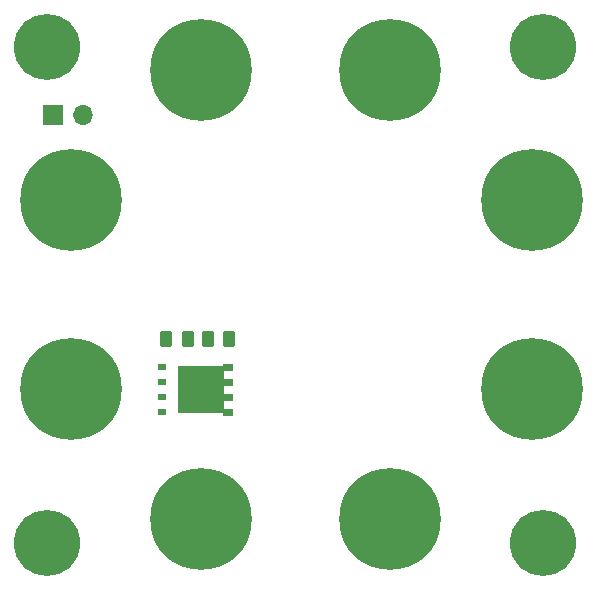
<source format=gbr>
%TF.GenerationSoftware,KiCad,Pcbnew,(6.0.0-rc1-29-g9238b27f63)*%
%TF.CreationDate,2021-12-03T12:51:39+01:00*%
%TF.ProjectId,robolympics_power,726f626f-6c79-46d7-9069-63735f706f77,rev?*%
%TF.SameCoordinates,Original*%
%TF.FileFunction,Soldermask,Bot*%
%TF.FilePolarity,Negative*%
%FSLAX46Y46*%
G04 Gerber Fmt 4.6, Leading zero omitted, Abs format (unit mm)*
G04 Created by KiCad (PCBNEW (6.0.0-rc1-29-g9238b27f63)) date 2021-12-03 12:51:39*
%MOMM*%
%LPD*%
G01*
G04 APERTURE LIST*
G04 Aperture macros list*
%AMRoundRect*
0 Rectangle with rounded corners*
0 $1 Rounding radius*
0 $2 $3 $4 $5 $6 $7 $8 $9 X,Y pos of 4 corners*
0 Add a 4 corners polygon primitive as box body*
4,1,4,$2,$3,$4,$5,$6,$7,$8,$9,$2,$3,0*
0 Add four circle primitives for the rounded corners*
1,1,$1+$1,$2,$3*
1,1,$1+$1,$4,$5*
1,1,$1+$1,$6,$7*
1,1,$1+$1,$8,$9*
0 Add four rect primitives between the rounded corners*
20,1,$1+$1,$2,$3,$4,$5,0*
20,1,$1+$1,$4,$5,$6,$7,0*
20,1,$1+$1,$6,$7,$8,$9,0*
20,1,$1+$1,$8,$9,$2,$3,0*%
G04 Aperture macros list end*
%ADD10C,0.100000*%
%ADD11R,1.700000X1.700000*%
%ADD12O,1.700000X1.700000*%
%ADD13C,5.600000*%
%ADD14C,0.900000*%
%ADD15C,8.600000*%
%ADD16RoundRect,0.250000X-0.262500X-0.450000X0.262500X-0.450000X0.262500X0.450000X-0.262500X0.450000X0*%
%ADD17R,0.711200X0.508000*%
%ADD18R,4.000000X4.000000*%
G04 APERTURE END LIST*
D10*
%TO.C,U1*%
X165084001Y-109955800D02*
X165084001Y-106044200D01*
X165084001Y-106044200D02*
X168919401Y-106044200D01*
X168919401Y-106044200D02*
X168919401Y-105841000D01*
X168919401Y-105841000D02*
X169630601Y-105841000D01*
X169630601Y-105841000D02*
X169630601Y-106349000D01*
X169630601Y-106349000D02*
X168919401Y-106349000D01*
X168919401Y-106349000D02*
X168919401Y-107111000D01*
X168919401Y-107111000D02*
X169630601Y-107111000D01*
X169630601Y-107111000D02*
X169630601Y-107619000D01*
X169630601Y-107619000D02*
X168919401Y-107619000D01*
X168919401Y-107619000D02*
X168919401Y-108381000D01*
X168919401Y-108381000D02*
X169630601Y-108381000D01*
X169630601Y-108381000D02*
X169630601Y-108889000D01*
X169630601Y-108889000D02*
X168919401Y-108889000D01*
X168919401Y-108889000D02*
X168919401Y-109651000D01*
X168919401Y-109651000D02*
X169630601Y-109651000D01*
X169630601Y-109651000D02*
X169630601Y-110159000D01*
X169630601Y-110159000D02*
X168919401Y-110159000D01*
X168919401Y-110159000D02*
X168919401Y-109955800D01*
X168919401Y-109955800D02*
X165084001Y-109955800D01*
G36*
X169630601Y-106349000D02*
G01*
X168919401Y-106349000D01*
X168919401Y-107111000D01*
X169630601Y-107111000D01*
X169630601Y-107619000D01*
X168919401Y-107619000D01*
X168919401Y-108381000D01*
X169630601Y-108381000D01*
X169630601Y-108889000D01*
X168919401Y-108889000D01*
X168919401Y-109651000D01*
X169630601Y-109651000D01*
X169630601Y-110159000D01*
X168919401Y-110159000D01*
X168919401Y-109955800D01*
X165084001Y-109955800D01*
X165084001Y-106044200D01*
X168919401Y-106044200D01*
X168919401Y-105841000D01*
X169630601Y-105841000D01*
X169630601Y-106349000D01*
G37*
X169630601Y-106349000D02*
X168919401Y-106349000D01*
X168919401Y-107111000D01*
X169630601Y-107111000D01*
X169630601Y-107619000D01*
X168919401Y-107619000D01*
X168919401Y-108381000D01*
X169630601Y-108381000D01*
X169630601Y-108889000D01*
X168919401Y-108889000D01*
X168919401Y-109651000D01*
X169630601Y-109651000D01*
X169630601Y-110159000D01*
X168919401Y-110159000D01*
X168919401Y-109955800D01*
X165084001Y-109955800D01*
X165084001Y-106044200D01*
X168919401Y-106044200D01*
X168919401Y-105841000D01*
X169630601Y-105841000D01*
X169630601Y-106349000D01*
%TD*%
D11*
%TO.C,J1*%
X154475000Y-84750000D03*
D12*
X157015000Y-84750000D03*
%TD*%
D13*
%TO.C,H10*%
X154000000Y-79000000D03*
%TD*%
D14*
%TO.C,H3*%
X180719581Y-83280419D03*
X183000000Y-84225000D03*
X179775000Y-81000000D03*
X180719581Y-78719581D03*
D15*
X183000000Y-81000000D03*
D14*
X185280419Y-78719581D03*
X183000000Y-77775000D03*
X186225000Y-81000000D03*
X185280419Y-83280419D03*
%TD*%
%TO.C,H4*%
X164719581Y-83280419D03*
X170225000Y-81000000D03*
X163775000Y-81000000D03*
X169280419Y-83280419D03*
X164719581Y-78719581D03*
X167000000Y-77775000D03*
X169280419Y-78719581D03*
D15*
X167000000Y-81000000D03*
D14*
X167000000Y-84225000D03*
%TD*%
D13*
%TO.C,H12*%
X196000000Y-79000000D03*
%TD*%
D14*
%TO.C,H8*%
X179775000Y-119000000D03*
X183000000Y-122225000D03*
X185280419Y-121280419D03*
X183000000Y-115775000D03*
X186225000Y-119000000D03*
X180719581Y-121280419D03*
D15*
X183000000Y-119000000D03*
D14*
X180719581Y-116719581D03*
X185280419Y-116719581D03*
%TD*%
%TO.C,H5*%
X197280419Y-110280419D03*
X198225000Y-108000000D03*
X195000000Y-104775000D03*
X197280419Y-105719581D03*
X191775000Y-108000000D03*
D15*
X195000000Y-108000000D03*
D14*
X192719581Y-105719581D03*
X195000000Y-111225000D03*
X192719581Y-110280419D03*
%TD*%
D13*
%TO.C,H11*%
X154000000Y-121000000D03*
%TD*%
D14*
%TO.C,H6*%
X159225000Y-108000000D03*
X156000000Y-111225000D03*
X152775000Y-108000000D03*
X158280419Y-110280419D03*
X153719581Y-110280419D03*
X158280419Y-105719581D03*
D15*
X156000000Y-108000000D03*
D14*
X153719581Y-105719581D03*
X156000000Y-104775000D03*
%TD*%
D13*
%TO.C,H9*%
X196000000Y-121000000D03*
%TD*%
D14*
%TO.C,H2*%
X198225000Y-92000000D03*
X192719581Y-94280419D03*
X192719581Y-89719581D03*
X197280419Y-89719581D03*
X195000000Y-88775000D03*
X197280419Y-94280419D03*
X195000000Y-95225000D03*
D15*
X195000000Y-92000000D03*
D14*
X191775000Y-92000000D03*
%TD*%
%TO.C,H1*%
X158280419Y-94280419D03*
X158280419Y-89719581D03*
X152775000Y-92000000D03*
X156000000Y-95225000D03*
D15*
X156000000Y-92000000D03*
D14*
X153719581Y-89719581D03*
X156000000Y-88775000D03*
X153719581Y-94280419D03*
X159225000Y-92000000D03*
%TD*%
%TO.C,H7*%
X169280419Y-116719581D03*
X163775000Y-119000000D03*
X170225000Y-119000000D03*
X169280419Y-121280419D03*
X167000000Y-115775000D03*
X167000000Y-122225000D03*
D15*
X167000000Y-119000000D03*
D14*
X164719581Y-121280419D03*
X164719581Y-116719581D03*
%TD*%
D16*
%TO.C,R1*%
X164087500Y-103750000D03*
X165912500Y-103750000D03*
%TD*%
D17*
%TO.C,U1*%
X163724999Y-109905000D03*
X163724999Y-108635000D03*
X163724999Y-107365000D03*
X163724999Y-106095000D03*
X169275001Y-106095000D03*
X169275001Y-107365000D03*
X169275001Y-108635000D03*
D18*
X167000000Y-108000000D03*
D17*
X169275001Y-109905000D03*
%TD*%
D16*
%TO.C,R2*%
X167587500Y-103750000D03*
X169412500Y-103750000D03*
%TD*%
M02*

</source>
